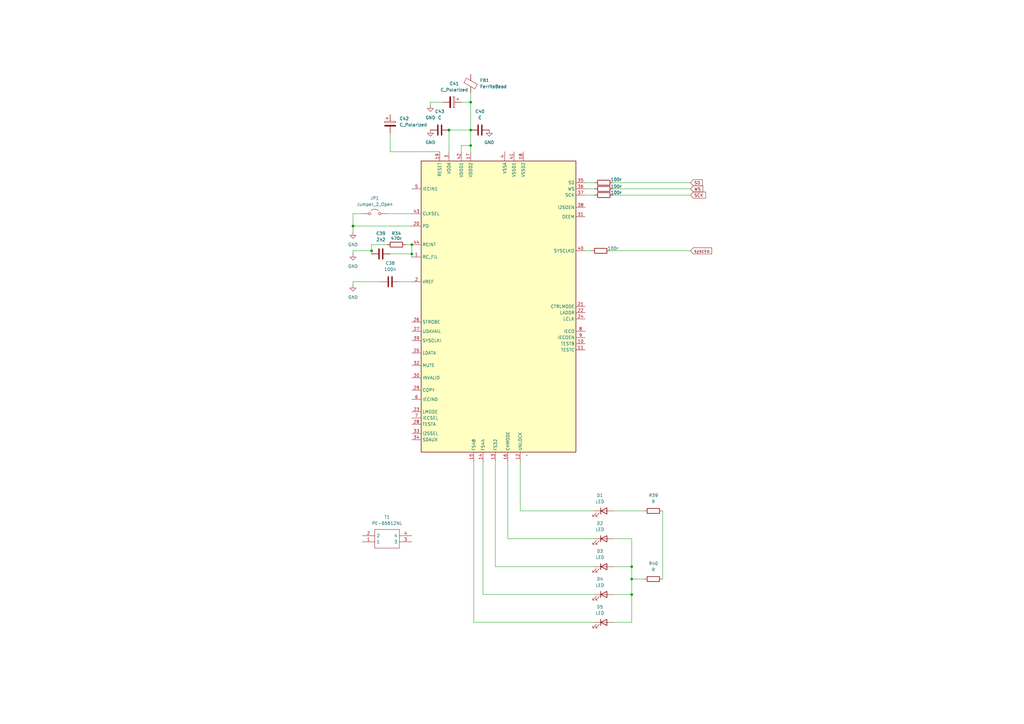
<source format=kicad_sch>
(kicad_sch (version 20250114) (generator "eeschema") (generator_version "9.0")
  (paper "A3")
  (lib_symbols
    (symbol "Device:C" (pin_numbers (hide yes)) (pin_names (offset 0.254))
      (property "Reference" "C" (at 0.635 2.54 0))
      (property "Value" "C" (at 0.635 -2.54 0))
      (symbol "C_0_1"
        (polyline (pts (xy -2.032 0.762) (xy 2.032 0.762)) (stroke (width 0.508)))
        (polyline (pts (xy -2.032 -0.762) (xy 2.032 -0.762)) (stroke (width 0.508)))
      )
      (symbol "C_1_1"
        (pin passive line (at 0 3.81 270) (length 2.794) (name "~") (number "1"))
        (pin passive line (at 0 -3.81 90) (length 2.794) (name "~") (number "2"))
      )
    )
    (symbol "Device:C_Polarized" (pin_numbers (hide yes)) (pin_names (offset 0.254))
      (property "Reference" "C" (at 0.635 2.54 0))
      (property "Value" "C_Polarized" (at 0.635 -2.54 0))
      (symbol "C_Polarized_0_1"
        (rectangle (start -2.286 0.508) (end 2.286 1.016))
        (polyline (pts (xy -1.778 2.286) (xy -0.762 2.286)))
        (polyline (pts (xy -1.27 2.794) (xy -1.27 1.778)))
        (rectangle (start 2.286 -0.508) (end -2.286 -1.016) (fill (type outline)))
      )
      (symbol "C_Polarized_1_1"
        (pin passive line (at 0 3.81 270) (length 2.794) (name "~") (number "1"))
        (pin passive line (at 0 -3.81 90) (length 2.794) (name "~") (number "2"))
      )
    )
    (symbol "Device:FerriteBead" (pin_numbers (hide yes)) (pin_names (offset 0))
      (property "Reference" "FB" (at -3.81 0.635 90))
      (property "Value" "FerriteBead" (at 3.81 0 90))
      (symbol "FerriteBead_0_1"
        (polyline (pts (xy -2.7686 0.4064) (xy -1.7018 2.2606) (xy 2.7686 -0.3048) (xy 1.6764 -2.159) (xy -2.7686 0.4064)))
        (polyline (pts (xy 0 1.27) (xy 0 1.2954)))
        (polyline (pts (xy 0 -1.27) (xy 0 -1.2192)))
      )
      (symbol "FerriteBead_1_1"
        (pin passive line (at 0 3.81 270) (length 2.54) (name "~") (number "1"))
        (pin passive line (at 0 -3.81 90) (length 2.54) (name "~") (number "2"))
      )
    )
    (symbol "Device:LED" (pin_numbers (hide yes)) (pin_names (offset 1.016) (hide yes))
      (property "Reference" "D" (at 0 2.54 0))
      (property "Value" "LED" (at 0 -2.54 0))
      (symbol "LED_0_1"
        (polyline (pts (xy -3.048 -0.762) (xy -4.572 -2.286) (xy -3.81 -2.286) (xy -4.572 -2.286) (xy -4.572 -1.524)))
        (polyline (pts (xy -1.778 -0.762) (xy -3.302 -2.286) (xy -2.54 -2.286) (xy -3.302 -2.286) (xy -3.302 -1.524)))
        (polyline (pts (xy -1.27 0) (xy 1.27 0)))
        (polyline (pts (xy -1.27 -1.27) (xy -1.27 1.27)) (stroke (width 0.254)))
        (polyline (pts (xy 1.27 -1.27) (xy 1.27 1.27) (xy -1.27 0) (xy 1.27 -1.27)) (stroke (width 0.254)))
      )
      (symbol "LED_1_1"
        (pin passive line (at -3.81 0 0) (length 2.54) (name "K") (number "1"))
        (pin passive line (at 3.81 0 180) (length 2.54) (name "A") (number "2"))
      )
    )
    (symbol "Device:R" (pin_numbers (hide yes)) (pin_names (offset 0))
      (property "Reference" "R" (at 2.032 0 90))
      (property "Value" "R" (at 0 0 90))
      (symbol "R_0_1"
        (rectangle (start -1.016 -2.54) (end 1.016 2.54) (stroke (width 0.254)))
      )
      (symbol "R_1_1"
        (pin passive line (at 0 3.81 270) (length 1.27) (name "~") (number "1"))
        (pin passive line (at 0 -3.81 90) (length 1.27) (name "~") (number "2"))
      )
    )
    (symbol "Jumper:Jumper_2_Open" (pin_numbers (hide yes)) (pin_names (offset 0) (hide yes)) (exclude_from_sim yes)
      (property "Reference" "JP" (at 0 2.794 0))
      (property "Value" "Jumper_2_Open" (at 0 -2.286 0))
      (symbol "Jumper_2_Open_0_0"
        (circle (center -2.032 0) (radius 0.508))
        (circle (center 2.032 0) (radius 0.508))
      )
      (symbol "Jumper_2_Open_0_1"
        (arc (start -1.524 1.27) (mid 0 1.778) (end 1.524 1.27))
      )
      (symbol "Jumper_2_Open_1_1"
        (pin passive line (at -5.08 0 0) (length 2.54) (name "A") (number "1"))
        (pin passive line (at 5.08 0 180) (length 2.54) (name "B") (number "2"))
      )
    )
    (symbol "power:GND" (power) (pin_numbers (hide yes)) (pin_names (offset 0) (hide yes))
      (property "Value" "GND" (at 0 -3.81 0))
      (symbol "GND_0_1"
        (polyline (pts (xy 0 0) (xy 0 -1.27) (xy 1.27 -1.27) (xy 0 -2.54) (xy -1.27 -1.27) (xy 0 -1.27)))
      )
      (symbol "GND_1_1"
        (pin power_in line (at 0 0 270) (length 0) (name "~") (number "1"))
      )
    )
    (symbol "tda1541:PE-65612NL" (pin_names (offset 0.762))
      (property "Reference" "T" (at 16.51 7.62 0))
      (property "Value" "PE-65612NL" (at 16.51 5.08 0))
      (symbol "PE-65612NL_0_0"
        (pin passive line (at 0 0 0) (length 5.08) (name "2") (number "2"))
        (pin passive line (at 0 -2.54 0) (length 5.08) (name "1") (number "1"))
        (pin passive line (at 20.32 0 180) (length 5.08) (name "4") (number "4"))
        (pin passive line (at 20.32 -2.54 180) (length 5.08) (name "3") (number "3"))
      )
      (symbol "PE-65612NL_0_1"
        (polyline (pts (xy 5.08 2.54) (xy 15.24 2.54) (xy 15.24 -5.08) (xy 5.08 -5.08) (xy 5.08 2.54)) (stroke (width 0.1524)))
      )
    )
    (symbol "tda1541:TDA1315H"
      (symbol "TDA1315H_0_1"
        (rectangle (start -31.75 31.75) (end 31.75 -87.63) (stroke (width 0.254)) (fill (type background)))
      )
      (symbol "TDA1315H_1_1"
        (pin bidirectional line (at -35.56 20.32 0) (length 3.81) (name "IECIN1") (number "5"))
        (pin bidirectional line (at -35.56 10.16 0) (length 3.81) (name "CLKSEL") (number "43"))
        (pin bidirectional line (at -35.56 5.08 0) (length 3.81) (name "PD") (number "20"))
        (pin bidirectional line (at -35.56 -2.54 0) (length 3.81) (name "RCINT") (number "44"))
        (pin bidirectional line (at -35.56 -7.62 0) (length 3.81) (name "RC_FIL") (number "1"))
        (pin bidirectional line (at -35.56 -17.78 0) (length 3.81) (name "VREF") (number "2"))
        (pin bidirectional line (at -35.56 -34.29 0) (length 3.81) (name "STROBE") (number "26"))
        (pin power_in line (at -35.56 -38.1 0) (length 3.81) (name "UDAVAIL") (number "27"))
        (pin bidirectional line (at -35.56 -41.91 0) (length 3.81) (name "SYSCLKI") (number "39"))
        (pin bidirectional line (at -35.56 -46.99 0) (length 3.81) (name "LDATA") (number "25"))
        (pin bidirectional line (at -35.56 -52.07 0) (length 3.81) (name "MUTE") (number "32"))
        (pin input line (at -35.56 -57.15 0) (length 3.81) (name "INVALID") (number "30"))
        (pin power_in line (at -35.56 -62.23 0) (length 3.81) (name "COPY") (number "29"))
        (pin power_in line (at -35.56 -66.04 0) (length 3.81) (name "IECIN0") (number "6"))
        (pin passive line (at -35.56 -71.12 0) (length 3.81) (name "LMODE") (number "23"))
        (pin power_in line (at -35.56 -73.66 0) (length 3.81) (name "IECSEL") (number "7"))
        (pin power_in line (at -35.56 -76.2 0) (length 3.81) (name "TESTA") (number "28"))
        (pin bidirectional line (at -35.56 -80.01 0) (length 3.81) (name "I2SSEL") (number "33"))
        (pin bidirectional line (at -35.56 -82.55 0) (length 3.81) (name "SDAUX") (number "34"))
        (pin bidirectional line (at -24.13 35.56 270) (length 3.81) (name "RESET") (number "19"))
        (pin bidirectional line (at -20.32 35.56 270) (length 3.81) (name "VDDA") (number "3"))
        (pin bidirectional line (at -15.24 35.56 270) (length 3.81) (name "VDDD1") (number "42"))
        (pin bidirectional line (at -11.43 35.56 270) (length 3.81) (name "VDDD2") (number "17"))
        (pin bidirectional line (at -10.16 -91.44 90) (length 3.81) (name "FS48") (number "15"))
        (pin bidirectional line (at -6.35 -91.44 90) (length 3.81) (name "FS44") (number "14"))
        (pin bidirectional line (at -1.27 -91.44 90) (length 3.81) (name "FS32") (number "13"))
        (pin bidirectional line (at 2.54 35.56 270) (length 3.81) (name "VSSA") (number "4"))
        (pin bidirectional line (at 3.81 -91.44 90) (length 3.81) (name "CHMODE") (number "16"))
        (pin bidirectional line (at 6.35 35.56 270) (length 3.81) (name "VSSD1") (number "41"))
        (pin bidirectional line (at 8.89 -91.44 90) (length 3.81) (name "UNLOCK") (number "12"))
        (pin input line (at 10.16 35.56 270) (length 3.81) (name "VSSD2") (number "18"))
        (pin bidirectional line (at 35.56 22.86 180) (length 3.81) (name "SD") (number "35"))
        (pin bidirectional line (at 35.56 20.32 180) (length 3.81) (name "WS") (number "36"))
        (pin bidirectional line (at 35.56 17.78 180) (length 3.81) (name "SCK") (number "37"))
        (pin bidirectional line (at 35.56 12.7 180) (length 3.81) (name "I2SOEN") (number "38"))
        (pin output line (at 35.56 8.89 180) (length 3.81) (name "DEEM") (number "31"))
        (pin bidirectional line (at 35.56 -5.08 180) (length 3.81) (name "SYSCLKO") (number "40"))
        (pin bidirectional line (at 35.56 -27.94 180) (length 3.81) (name "CTRLMODE") (number "21"))
        (pin bidirectional line (at 35.56 -30.48 180) (length 3.81) (name "LADDR") (number "22"))
        (pin bidirectional line (at 35.56 -33.02 180) (length 3.81) (name "LCLK") (number "24"))
        (pin bidirectional line (at 35.56 -38.1 180) (length 3.81) (name "IECO") (number "8"))
        (pin bidirectional line (at 35.56 -40.64 180) (length 3.81) (name "IECOEN") (number "9"))
        (pin bidirectional line (at 35.56 -43.18 180) (length 3.81) (name "TESTB") (number "10"))
        (pin bidirectional line (at 35.56 -45.72 180) (length 3.81) (name "TESTC") (number "11"))
      )
    )
  )
  (junction (at 193.04 59.69))
  (junction (at 259.08 243.84))
  (junction (at 259.08 232.41))
  (junction (at 144.78 92.71))
  (junction (at 168.91 100.33))
  (junction (at 152.4 102.87))
  (junction (at 184.15 53.34))
  (junction (at 259.08 237.49))
  (junction (at 193.04 41.91))
  (junction (at 168.91 104.14))
  (junction (at 193.04 53.34))
  (wire (pts (xy 240.03 77.47) (xy 243.84 77.47)))
  (wire (pts (xy 144.78 104.14) (xy 144.78 102.87)))
  (wire (pts (xy 251.46 80.01) (xy 283.21 80.01)))
  (wire (pts (xy 240.03 80.01) (xy 243.84 80.01)))
  (wire (pts (xy 208.28 220.98) (xy 208.28 189.23)))
  (wire (pts (xy 144.78 102.87) (xy 152.4 102.87)))
  (wire (pts (xy 251.46 209.55) (xy 264.16 209.55)))
  (wire (pts (xy 156.21 115.57) (xy 144.78 115.57)))
  (wire (pts (xy 189.23 62.23) (xy 189.23 59.69)))
  (wire (pts (xy 160.02 104.14) (xy 168.91 104.14)))
  (wire (pts (xy 144.78 115.57) (xy 144.78 116.84)))
  (wire (pts (xy 259.08 220.98) (xy 259.08 232.41)))
  (wire (pts (xy 193.04 41.91) (xy 193.04 53.34)))
  (wire (pts (xy 193.04 53.34) (xy 193.04 59.69)))
  (wire (pts (xy 176.53 41.91) (xy 176.53 43.18)))
  (wire (pts (xy 251.46 255.27) (xy 259.08 255.27)))
  (wire (pts (xy 198.12 189.23) (xy 198.12 243.84)))
  (wire (pts (xy 251.46 232.41) (xy 259.08 232.41)))
  (wire (pts (xy 194.31 255.27) (xy 194.31 189.23)))
  (wire (pts (xy 189.23 41.91) (xy 193.04 41.91)))
  (wire (pts (xy 213.36 209.55) (xy 243.84 209.55)))
  (wire (pts (xy 160.02 62.23) (xy 160.02 54.61)))
  (wire (pts (xy 203.2 232.41) (xy 243.84 232.41)))
  (wire (pts (xy 168.91 104.14) (xy 168.91 105.41)))
  (wire (pts (xy 259.08 237.49) (xy 259.08 243.84)))
  (wire (pts (xy 240.03 102.87) (xy 242.57 102.87)))
  (wire (pts (xy 251.46 77.47) (xy 283.21 77.47)))
  (wire (pts (xy 193.04 59.69) (xy 193.04 62.23)))
  (wire (pts (xy 158.75 100.33) (xy 152.4 100.33)))
  (wire (pts (xy 148.59 87.63) (xy 144.78 87.63)))
  (wire (pts (xy 240.03 74.93) (xy 243.84 74.93)))
  (wire (pts (xy 152.4 102.87) (xy 152.4 104.14)))
  (wire (pts (xy 166.37 100.33) (xy 168.91 100.33)))
  (wire (pts (xy 259.08 237.49) (xy 264.16 237.49)))
  (wire (pts (xy 144.78 92.71) (xy 144.78 95.25)))
  (wire (pts (xy 203.2 189.23) (xy 203.2 232.41)))
  (wire (pts (xy 259.08 243.84) (xy 259.08 255.27)))
  (wire (pts (xy 181.61 41.91) (xy 176.53 41.91)))
  (wire (pts (xy 251.46 220.98) (xy 259.08 220.98)))
  (wire (pts (xy 213.36 189.23) (xy 213.36 209.55)))
  (wire (pts (xy 251.46 243.84) (xy 259.08 243.84)))
  (wire (pts (xy 243.84 243.84) (xy 198.12 243.84)))
  (wire (pts (xy 189.23 59.69) (xy 193.04 59.69)))
  (wire (pts (xy 243.84 220.98) (xy 208.28 220.98)))
  (wire (pts (xy 144.78 87.63) (xy 144.78 92.71)))
  (wire (pts (xy 193.04 38.1) (xy 193.04 41.91)))
  (wire (pts (xy 251.46 74.93) (xy 283.21 74.93)))
  (wire (pts (xy 184.15 53.34) (xy 193.04 53.34)))
  (wire (pts (xy 152.4 100.33) (xy 152.4 102.87)))
  (wire (pts (xy 243.84 255.27) (xy 194.31 255.27)))
  (wire (pts (xy 163.83 115.57) (xy 168.91 115.57)))
  (wire (pts (xy 168.91 100.33) (xy 168.91 104.14)))
  (wire (pts (xy 271.78 209.55) (xy 271.78 237.49)))
  (wire (pts (xy 158.75 87.63) (xy 168.91 87.63)))
  (wire (pts (xy 180.34 62.23) (xy 160.02 62.23)))
  (wire (pts (xy 168.91 92.71) (xy 144.78 92.71)))
  (wire (pts (xy 184.15 62.23) (xy 184.15 53.34)))
  (wire (pts (xy 250.19 102.87) (xy 283.21 102.87)))
  (wire (pts (xy 259.08 232.41) (xy 259.08 237.49)))
  (global_label "SCK" (shape input) (at 283.21 80.01 0) (property "Intersheetrefs" "${INTERSHEET_REFS}" (effects (hide yes))))
  (global_label "SD" (shape input) (at 283.21 74.93 0) (property "Intersheetrefs" "${INTERSHEET_REFS}" (effects (hide yes))))
  (global_label "syscko" (shape input) (at 283.21 102.87 0) (property "Intersheetrefs" "${INTERSHEET_REFS}" (effects (hide yes))))
  (global_label "WS" (shape input) (at 283.21 77.47 0) (property "Intersheetrefs" "${INTERSHEET_REFS}" (effects (hide yes))))
  (symbol (lib_id "Device:C_Polarized") (at 185.42 41.91 270) (unit 1)
    (property "Reference" "C41" (at 186.309 34.29 90))
    (property "Value" "C_Polarized" (at 186.309 36.83 90))
    (property "Description" "Polarized capacitor" (effects (hide yes)))
  )
  (symbol (lib_id "Device:R") (at 247.65 74.93 90) (unit 1)
    (property "Reference" "R35" (effects (hide yes)))
    (property "Value" "100r" (at 252.73 73.66 90))
    (property "Description" "Resistor" (effects (hide yes)))
  )
  (symbol (lib_id "Device:R") (at 246.38 102.87 270) (unit 1)
    (property "Reference" "R38" (effects (hide yes)))
    (property "Value" "100r" (at 251.46 101.854 90))
    (property "Description" "Resistor" (effects (hide yes)))
  )
  (symbol (lib_id "tda1541:PE-65612NL") (at 148.59 219.71 0) (unit 1)
    (property "Reference" "T1" (at 158.75 212.09 0))
    (property "Value" "PE-65612NL" (at 158.75 214.63 0))
    (property "Footprint" "Library:PE65612NL" (effects (hide yes)))
    (property "Datasheet" "https://www.digikey.ph/en/products/detail/pulse-electronics/PE-65612NL/1812213?msockid=3bdc366bbe0663d83c1223c0bf3662a6" (effects (hide yes)))
    (property "Description" "Audio Transformers / Signal Transformers THT Digital Audio 2500uH 1-Port" (effects (hide yes)))
    (property "Description_1" "Audio Transformers / Signal Transformers THT Digital Audio 2500uH 1-Port" (effects (hide yes)))
    (property "Height" "6.6" (effects (hide yes)))
    (property "Manufacturer_Name" "Pulse Electronics" (effects (hide yes)))
    (property "Manufacturer_Part_Number" "PE-65612NL" (effects (hide yes)))
    (property "Mouser Part Number" "673-PE-65612NL" (effects (hide yes)))
    (property "Mouser Price/Stock" "https://www.mouser.co.uk/ProductDetail/Pulse-Electronics/PE-65612NL?qs=0Ba7fqpihnjaWgPSZtGigw%3D%3D" (effects (hide yes)))
    (property "Arrow Part Number" "PE-65612NL" (effects (hide yes)))
    (property "Arrow Price/Stock" "https://www.arrow.com/en/products/pe-65612nl/pulse-electronics-corporation?utm_currency=USD&region=nac" (effects (hide yes)))
  )
  (symbol (lib_id "Device:LED") (at 247.65 243.84 0) (unit 1)
    (property "Reference" "D4" (at 246.0625 237.49 0))
    (property "Value" "LED" (at 246.0625 240.03 0))
    (property "Description" "Light emitting diode" (effects (hide yes)))
    (property "Sim.Pins" "1=K 2=A" (effects (hide yes)))
  )
  (symbol (lib_id "Device:C") (at 180.34 53.34 90) (unit 1)
    (property "Reference" "C43" (at 180.34 45.72 90))
    (property "Value" "C" (at 180.34 48.26 90))
    (property "Description" "Unpolarized capacitor" (effects (hide yes)))
  )
  (symbol (lib_id "Jumper:Jumper_2_Open") (at 153.67 87.63 0) (unit 1) (exclude_from_sim yes)
    (property "Reference" "JP1" (at 153.67 81.28 0))
    (property "Value" "Jumper_2_Open" (at 153.67 83.82 0))
    (property "Footprint" "TestPoint:TestPoint_2Pads_Pitch2.54mm_Drill0.8mm" (effects (hide yes)))
    (property "Description" "Jumper, 2-pole, open" (effects (hide yes)))
  )
  (symbol (lib_id "Device:R") (at 162.56 100.33 90) (unit 1)
    (property "Reference" "R34" (at 162.56 95.758 90))
    (property "Value" "470r" (at 162.56 97.79 90))
    (property "Description" "Resistor" (effects (hide yes)))
  )
  (symbol (lib_id "Device:LED") (at 247.65 255.27 0) (unit 1)
    (property "Reference" "D5" (at 246.0625 248.92 0))
    (property "Value" "LED" (at 246.0625 251.46 0))
    (property "Description" "Light emitting diode" (effects (hide yes)))
    (property "Sim.Pins" "1=K 2=A" (effects (hide yes)))
  )
  (symbol (lib_id "power:GND") (at 176.53 53.34 0) (unit 1)
    (property "Reference" "#PWR051" (effects (hide yes)))
    (property "Value" "GND" (at 176.53 58.42 0))
    (property "Description" "Power symbol creates a global label with name \"GND\" , ground" (effects (hide yes)))
  )
  (symbol (lib_id "Device:FerriteBead") (at 193.04 34.29 0) (unit 1)
    (property "Reference" "FB1" (at 196.85 32.9691 0) (effects (justify left)))
    (property "Value" "FerriteBead" (at 196.85 35.5091 0) (effects (justify left)))
    (property "Description" "Ferrite bead" (effects (hide yes)))
  )
  (symbol (lib_id "Device:R") (at 247.65 77.47 90) (unit 1)
    (property "Reference" "R36" (effects (hide yes)))
    (property "Value" "100r" (at 252.73 76.454 90))
    (property "Description" "Resistor" (effects (hide yes)))
  )
  (symbol (lib_id "Device:LED") (at 247.65 220.98 0) (unit 1)
    (property "Reference" "D2" (at 246.0625 214.63 0))
    (property "Value" "LED" (at 246.0625 217.17 0))
    (property "Description" "Light emitting diode" (effects (hide yes)))
    (property "Sim.Pins" "1=K 2=A" (effects (hide yes)))
  )
  (symbol (lib_id "Device:R") (at 267.97 209.55 90) (unit 1)
    (property "Reference" "R39" (at 267.97 203.2 90))
    (property "Value" "R" (at 267.97 205.74 90))
    (property "Description" "Resistor" (effects (hide yes)))
  )
  (symbol (lib_id "Device:LED") (at 247.65 232.41 0) (unit 1)
    (property "Reference" "D3" (at 246.0625 226.06 0))
    (property "Value" "LED" (at 246.0625 228.6 0))
    (property "Description" "Light emitting diode" (effects (hide yes)))
    (property "Sim.Pins" "1=K 2=A" (effects (hide yes)))
  )
  (symbol (lib_id "Device:C") (at 196.85 53.34 90) (unit 1)
    (property "Reference" "C40" (at 196.85 45.72 90))
    (property "Value" "C" (at 196.85 48.26 90))
    (property "Description" "Unpolarized capacitor" (effects (hide yes)))
  )
  (symbol (lib_id "power:GND") (at 144.78 116.84 0) (unit 1)
    (property "Reference" "#PWR048" (effects (hide yes)))
    (property "Value" "GND" (at 144.78 121.92 0))
    (property "Description" "Power symbol creates a global label with name \"GND\" , ground" (effects (hide yes)))
  )
  (symbol (lib_id "Device:LED") (at 247.65 209.55 0) (unit 1)
    (property "Reference" "D1" (at 246.0625 203.2 0))
    (property "Value" "LED" (at 246.0625 205.74 0))
    (property "Description" "Light emitting diode" (effects (hide yes)))
    (property "Sim.Pins" "1=K 2=A" (effects (hide yes)))
  )
  (symbol (lib_id "Device:C") (at 160.02 115.57 270) (unit 1)
    (property "Reference" "C38" (at 160.02 107.95 90))
    (property "Value" "100n" (at 160.02 110.49 90))
    (property "Description" "Unpolarized capacitor" (effects (hide yes)))
  )
  (symbol (lib_id "Device:R") (at 247.65 80.01 270) (unit 1)
    (property "Reference" "R37" (effects (hide yes)))
    (property "Value" "100r" (at 252.73 78.994 90))
    (property "Description" "Resistor" (effects (hide yes)))
  )
  (symbol (lib_id "power:GND") (at 144.78 104.14 0) (unit 1)
    (property "Reference" "#PWR050" (effects (hide yes)))
    (property "Value" "GND" (at 144.78 109.22 0))
    (property "Description" "Power symbol creates a global label with name \"GND\" , ground" (effects (hide yes)))
  )
  (symbol (lib_id "power:GND") (at 200.66 53.34 0) (unit 1)
    (property "Reference" "#PWR052" (effects (hide yes)))
    (property "Value" "GND" (at 200.66 58.42 0))
    (property "Description" "Power symbol creates a global label with name \"GND\" , ground" (effects (hide yes)))
  )
  (symbol (lib_id "Device:C_Polarized") (at 160.02 50.8 0) (unit 1)
    (property "Reference" "C42" (at 163.83 48.6409 0) (effects (justify left)))
    (property "Value" "C_Polarized" (at 163.83 51.1809 0) (effects (justify left)))
    (property "Description" "Polarized capacitor" (effects (hide yes)))
  )
  (symbol (lib_id "tda1541:TDA1315H") (at 204.47 97.79 0) (unit 1)
    (property "Reference" "U1" (effects (hide yes)))
    (property "Value" "~" (at 215.5033 186.69 0) (effects (justify left)))
    (property "Footprint" "Package_QFP:LQFP-44_10x10mm_P0.8mm" (effects (hide yes)))
  )
  (symbol (lib_id "Device:C") (at 156.21 104.14 270) (unit 1)
    (property "Reference" "C39" (at 156.21 95.758 90))
    (property "Value" "2n2" (at 156.21 98.298 90))
    (property "Description" "Unpolarized capacitor" (effects (hide yes)))
  )
  (symbol (lib_id "power:GND") (at 176.53 43.18 0) (unit 1)
    (property "Reference" "#PWR053" (effects (hide yes)))
    (property "Value" "GND" (at 176.53 48.26 0))
    (property "Description" "Power symbol creates a global label with name \"GND\" , ground" (effects (hide yes)))
  )
  (symbol (lib_id "Device:R") (at 267.97 237.49 90) (unit 1)
    (property "Reference" "R40" (at 267.97 231.14 90))
    (property "Value" "R" (at 267.97 233.68 90))
    (property "Description" "Resistor" (effects (hide yes)))
  )
  (symbol (lib_id "power:GND") (at 144.78 95.25 0) (unit 1)
    (property "Reference" "#PWR049" (effects (hide yes)))
    (property "Value" "GND" (at 144.78 100.33 0))
    (property "Description" "Power symbol creates a global label with name \"GND\" , ground" (effects (hide yes)))
  )
)
</source>
